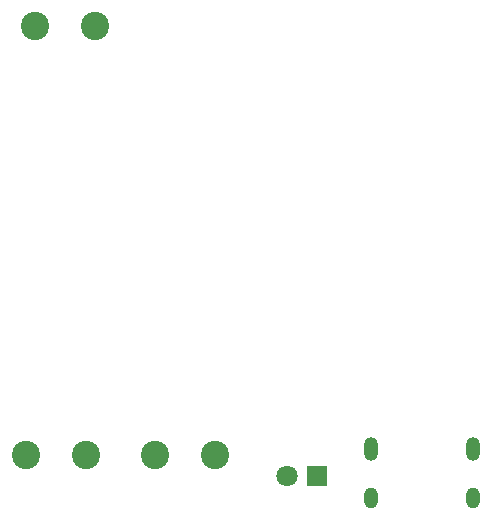
<source format=gbr>
%TF.GenerationSoftware,KiCad,Pcbnew,7.99.0-1092-g932f171e96*%
%TF.CreationDate,2023-06-27T00:36:35+02:00*%
%TF.ProjectId,irrigation,69727269-6761-4746-996f-6e2e6b696361,0.2*%
%TF.SameCoordinates,Original*%
%TF.FileFunction,Paste,Bot*%
%TF.FilePolarity,Positive*%
%FSLAX46Y46*%
G04 Gerber Fmt 4.6, Leading zero omitted, Abs format (unit mm)*
G04 Created by KiCad (PCBNEW 7.99.0-1092-g932f171e96) date 2023-06-27 00:36:35*
%MOMM*%
%LPD*%
G01*
G04 APERTURE LIST*
%ADD10C,2.400000*%
%ADD11R,1.800000X1.800000*%
%ADD12C,1.800000*%
%ADD13O,1.200000X2.000000*%
%ADD14O,1.200000X1.800000*%
G04 APERTURE END LIST*
D10*
%TO.C,J3*%
X129700000Y-76200000D03*
X124620000Y-76200000D03*
%TD*%
%TO.C,J2*%
X118740000Y-76200000D03*
X113660000Y-76200000D03*
%TD*%
%TO.C,J1*%
X119539000Y-39900000D03*
X114459000Y-39900000D03*
%TD*%
D11*
%TO.C,J5*%
X138270000Y-78000000D03*
D12*
X135730000Y-78000000D03*
%TD*%
D13*
%TO.C,J4*%
X142875000Y-75645500D03*
X151525000Y-75645500D03*
D14*
X151525000Y-79825500D03*
X142875000Y-79825500D03*
%TD*%
M02*

</source>
